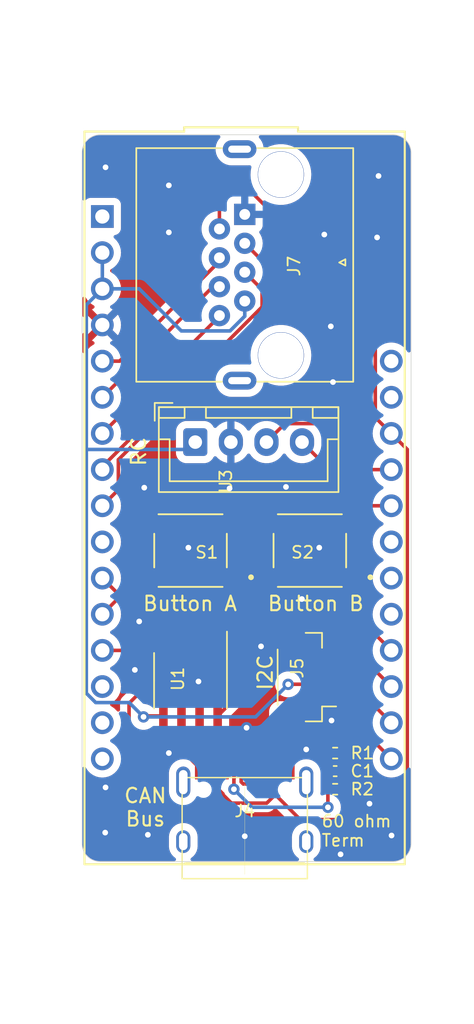
<source format=kicad_pcb>
(kicad_pcb (version 20221018) (generator pcbnew)
  (layers (0 "F.Cu" signal) (31 "B.Cu" signal) (34 "B.Paste" user) (35 "F.Paste" user) (36 "B.SilkS" user "B.Silkscreen") (37 "F.SilkS" user "F.Silkscreen") (38 "B.Mask" user) (39 "F.Mask" user) (44 "Edge.Cuts" user))
  (net 0 "")
  (net 1 "+5V")
  (net 2 "GND")
  (net 3 "+3V3")
  (net 4 "I2C_SDA")
  (net 5 "I2C_SCL")
  (net 6 "Steering")
  (net 7 "Throttle")
  (net 8 "RCPWMThrottle")
  (net 9 "RCPWMSteering")
  (net 10 "ActiveSW")
  (net 11 "Sound_1")
  (net 12 "Sound_2")
  (net 13 "CANTX")
  (net 14 "CANRX")
  (net 15 "CANL")
  (net 16 "CANH")
  (net 17 "CANENABLE")
  (net 23 "BUTTONA")
  (net 24 "BUTTONB")
  (net 28 "Net-(C1-Pad1)")
  (footprint "Useful Modifications:RJ45_x08_Tab_Up" (layer "F.Cu") (at 182.66918 103.10168 90)
    (fp_text reference "J7" (at 0.1524 -0.13208 90) (layer "F.SilkS") (effects (font (size 0.8382 0.8382) (thickness 0.127))))
    (fp_text value "8P8C")
    (fp_line (start -7.97494 -11.21918) (end -7.97494 -5.207) (stroke (width 0.12)) (layer "F.SilkS"))
    (fp_line (start -7.97494 -11.21918) (end 8.43506 -11.21918) (stroke (width 0.12)) (layer "F.SilkS"))
    (fp_line (start -7.97494 4.02082) (end 8.43506 4.02082) (stroke (width 0.12)) (layer "F.SilkS"))
    (fp_line (start -7.97306 -2.71018) (end -7.97494 4.02082) (stroke (width 0.12)) (layer "F.SilkS"))
    (fp_line (start 0.18796 3.46964) (end 0.62738 3.46964) (stroke (width 0.12)) (layer "F.SilkS"))
    (fp_line (start 0.40132 3.03784) (end 0.18796 3.46964) (stroke (width 0.12)) (layer "F.SilkS"))
    (fp_line (start 0.62738 3.46964) (end 0.40132 3.03784) (stroke (width 0.12)) (layer "F.SilkS"))
    (fp_line (start 8.43506 -11.21918) (end 8.43506 -5.207) (stroke (width 0.12)) (layer "F.SilkS"))
    (fp_line (start 8.43694 -2.71018) (end 8.43506 4.02082) (stroke (width 0.12)) (layer "F.SilkS"))
    (pad "" np_thru_hole circle (at -6.11832 -1.05918 270) (size 3.25 3.25) (drill 3.2) (layers "*.Cu" "*.Mask"))
    (pad "" np_thru_hole circle (at 6.58168 -1.05918 270) (size 3.25 3.25) (drill 3.200001) (layers "*.Cu" "*.Mask"))
    (pad "1" thru_hole rect (at 3.78098 -3.59918 90) (size 1.5 1.5) (drill 0.76) (layers "*.Cu" "*.Mask") (net 2 "GND"))
    (pad "2" thru_hole circle (at 2.76098 -5.37918 90) (size 1.5 1.5) (drill 0.76) (layers "*.Cu" "*.Mask") (net 1 "+5V"))
    (pad "3" thru_hole circle (at 1.75098 -3.59918 90) (size 1.5 1.5) (drill 0.76) (layers "*.Cu" "*.Mask") (net 11 "Sound_1"))
    (pad "4" thru_hole circle (at 0.73098 -5.37918 90) (size 1.5 1.5) (drill 0.76) (layers "*.Cu" "*.Mask") (net 12 "Sound_2"))
    (pad "5" thru_hole circle (at -0.27902 -3.59918 90) (size 1.5 1.5) (drill 0.76) (layers "*.Cu" "*.Mask") (net 6 "Steering"))
    (pad "6" thru_hole circle (at -1.29902 -5.37918 90) (size 1.5 1.5) (drill 0.76) (layers "*.Cu" "*.Mask") (net 7 "Throttle"))
    (pad "7" thru_hole circle (at -2.30902 -3.59918 90) (size 1.5 1.5) (drill 0.76) (layers "*.Cu" "*.Mask") (net 3 "+3V3"))
    (pad "8" thru_hole circle (at -3.32902 -5.37918 90) (size 1.5 1.5) (drill 0.76) (layers "*.Cu" "*.Mask") (net 10 "ActiveSW"))
    (pad "9" thru_hole oval (at -7.89832 -3.96113 270) (size 1.259 2.362) (drill oval 0.5 1.6) (layers "*.Cu" "*.Mask"))
    (pad "10" thru_hole oval (at 8.36168 -3.96113 270) (size 1.259 2.362) (drill oval 0.5 1.6) (layers "*.Cu" "*.Mask"))
  )
  (footprint "Useful Modifications:Feather_nRF52840" (layer "F.Cu") (at 179.197 118.11 -90)
    (fp_text reference "U3" (at -0.03302 1.45542 90) (layer "F.SilkS") (effects (font (size 0.8382 0.8382) (thickness 0.127))))
    (fp_text value "OLED Feather")
    (fp_line (start -24.90852 -3.61392) (end -24.90852 4.38608) (stroke (width 0.15)) (layer "F.SilkS"))
    (fp_line (start -24.6088 -3.61392) (end -24.90852 -3.61392) (stroke (width 0.15)) (layer "F.SilkS"))
    (fp_line (start -24.6088 -3.61392) (end -24.6088 -11.11392) (stroke (width 0.15)) (layer "F.SilkS"))
    (fp_line (start -24.6088 4.38608) (end -24.90852 4.38608) (stroke (width 0.15)) (layer "F.SilkS"))
    (fp_line (start -24.6088 11.38608) (end -24.6088 4.38608) (stroke (width 0.15)) (layer "F.SilkS"))
    (fp_line (start 26.86094 -11.11392) (end -24.6088 -11.11392) (stroke (width 0.15)) (layer "F.SilkS"))
    (fp_line (start 26.86094 11.38608) (end -24.6088 11.38608) (stroke (width 0.15)) (layer "F.SilkS"))
    (fp_line (start 26.86094 11.38608) (end 26.86094 -11.11392) (stroke (width 0.15)) (layer "F.SilkS"))
    (pad "1" thru_hole rect (at -18.64106 10.13206 270) (size 1.6 1.6) (drill 1) (layers "*.Cu" "*.Mask"))
    (pad "2" thru_hole circle (at -16.10106 10.13206 270) (size 1.6 1.6) (drill 1) (layers "*.Cu" "*.Mask") (net 3 "+3V3"))
    (pad "3" thru_hole circle (at -13.56106 10.13206 270) (size 1.6 1.6) (drill 1) (layers "*.Cu" "*.Mask") (net 3 "+3V3"))
    (pad "4" thru_hole circle (at -11.02106 10.13206 270) (size 1.6 1.6) (drill 1) (layers "*.Cu" "*.Mask") (net 2 "GND"))
    (pad "5" thru_hole circle (at -8.48106 10.13206 270) (size 1.6 1.6) (drill 1) (layers "*.Cu" "*.Mask") (net 12 "Sound_2"))
    (pad "6" thru_hole circle (at -5.94106 10.13206 270) (size 1.6 1.6) (drill 1) (layers "*.Cu" "*.Mask") (net 7 "Throttle"))
    (pad "7" thru_hole circle (at -3.40106 10.13206 270) (size 1.6 1.6) (drill 1) (layers "*.Cu" "*.Mask") (net 10 "ActiveSW"))
    (pad "8" thru_hole circle (at -0.86106 10.13206 270) (size 1.6 1.6) (drill 1) (layers "*.Cu" "*.Mask") (net 6 "Steering"))
    (pad "9" thru_hole circle (at 1.67894 10.13206 270) (size 1.6 1.6) (drill 1) (layers "*.Cu" "*.Mask") (net 11 "Sound_1"))
    (pad "10" thru_hole circle (at 4.21894 10.13206 270) (size 1.6 1.6) (drill 1) (layers "*.Cu" "*.Mask"))
    (pad "11" thru_hole circle (at 6.75894 10.13206 270) (size 1.6 1.6) (drill 1) (layers "*.Cu" "*.Mask") (net 17 "CANENABLE"))
    (pad "12" thru_hole circle (at 9.29894 10.13206 270) (size 1.6 1.6) (drill 1) (layers "*.Cu" "*.Mask") (net 13 "CANTX"))
    (pad "13" thru_hole circle (at 11.83894 10.13206 270) (size 1.6 1.6) (drill 1) (layers "*.Cu" "*.Mask") (net 14 "CANRX"))
    (pad "14" thru_hole circle (at 14.37894 10.13206 270) (size 1.6 1.6) (drill 1) (layers "*.Cu" "*.Mask"))
    (pad "15" thru_hole circle (at 16.91894 10.13206 270) (size 1.6 1.6) (drill 1) (layers "*.Cu" "*.Mask"))
    (pad "16" thru_hole circle (at 19.45894 10.13206 270) (size 1.6 1.6) (drill 1) (layers "*.Cu" "*.Mask"))
    (pad "17" thru_hole circle (at 19.45894 -10.16794 270) (size 1.6 1.6) (drill 1) (layers "*.Cu" "*.Mask") (net 4 "I2C_SDA"))
    (pad "18" thru_hole circle (at 16.91894 -10.16794 270) (size 1.6 1.6) (drill 1) (layers "*.Cu" "*.Mask") (net 5 "I2C_SCL"))
    (pad "19" thru_hole circle (at 14.37894 -10.16794 270) (size 1.6 1.6) (drill 1) (layers "*.Cu" "*.Mask") (net 23 "BUTTONA"))
    (pad "20" thru_hole circle (at 11.83894 -10.16794 270) (size 1.6 1.6) (drill 1) (layers "*.Cu" "*.Mask") (net 24 "BUTTONB"))
    (pad "21" thru_hole circle (at 9.29894 -10.16794 270) (size 1.6 1.6) (drill 1) (layers "*.Cu" "*.Mask"))
    (pad "22" thru_hole circle (at 6.75894 -10.16794 270) (size 1.6 1.6) (drill 1) (layers "*.Cu" "*.Mask"))
    (pad "23" thru_hole circle (at 4.21894 -10.16794 270) (size 1.6 1.6) (drill 1) (layers "*.Cu" "*.Mask"))
    (pad "24" thru_hole circle (at 1.67894 -10.16794 270) (size 1.6 1.6) (drill 1) (layers "*.Cu" "*.Mask") (net 9 "RCPWMSteering"))
    (pad "25" thru_hole circle (at -0.86106 -10.16794 270) (size 1.6 1.6) (drill 1) (layers "*.Cu" "*.Mask") (net 8 "RCPWMThrottle"))
    (pad "26" thru_hole circle (at -3.40106 -10.16794 270) (size 1.6 1.6) (drill 1) (layers "*.Cu" "*.Mask") (net 1 "+5V"))
    (pad "27" thru_hole circle (at -5.94106 -10.16794 270) (size 1.6 1.6) (drill 1) (layers "*.Cu" "*.Mask"))
    (pad "28" thru_hole circle (at -8.48106 -10.16794 270) (size 1.6 1.6) (drill 1) (layers "*.Cu" "*.Mask"))
  )
  (footprint "Useful Modifications:SW_TS-1187A-B-A-B" (layer "F.Cu") (at 175.26 122.936 180)
    (fp_text reference "S1" (at -1.143 -0.127) (layer "F.SilkS") (effects (font (size 0.8382 0.8382) (thickness 0.127))))
    (fp_text value "Button A")
    (fp_line (start -2.55 -1.18) (end -2.55 1.18) (stroke (width 0.127)) (layer "F.SilkS"))
    (fp_line (start 2.25 -2.55) (end -2.25 -2.55) (stroke (width 0.127)) (layer "F.SilkS"))
    (fp_line (start 2.25 2.55) (end -2.25 2.55) (stroke (width 0.127)) (layer "F.SilkS"))
    (fp_line (start 2.55 1.18) (end 2.55 -1.18) (stroke (width 0.127)) (layer "F.SilkS"))
    (fp_circle (center -4.25 -1.875) (end -4.15 -1.875) (stroke (width 0.2)) (fill none) (layer "F.SilkS"))
    (pad "A" smd rect (at -3 -1.875 180) (size 1 0.75) (layers "F.Cu" "F.Paste" "F.Mask") (net 23 "BUTTONA"))
    (pad "B" smd rect (at 3 -1.875 180) (size 1 0.75) (layers "F.Cu" "F.Paste" "F.Mask") (net 23 "BUTTONA"))
    (pad "C" smd rect (at -3 1.875 180) (size 1 0.75) (layers "F.Cu" "F.Paste" "F.Mask") (net 2 "GND"))
    (pad "D" smd rect (at 3 1.875 180) (size 1 0.75) (layers "F.Cu" "F.Paste" "F.Mask") (net 2 "GND"))
  )
  (footprint "Resistor_SMD:R_0402_1005Metric" (layer "F.Cu") (at 185.42 137.16)
    (fp_text reference "R1" (at 1.905 0) (layer "F.SilkS") (effects (font (size 0.8382 0.8382) (thickness 0.127))))
    (fp_text value "60")
    (fp_line (start -0.153641 -0.38) (end 0.153641 -0.38) (stroke (width 0.12)) (layer "F.SilkS"))
    (fp_line (start -0.153641 0.38) (end 0.153641 0.38) (stroke (width 0.12)) (layer "F.SilkS"))
    (pad "1" smd roundrect (at -0.51 0) (size 0.54 0.64) (layers "F.Cu" "F.Paste" "F.Mask") (net 16 "CANH"))
    (pad "2" smd roundrect (at 0.51 0) (size 0.54 0.64) (layers "F.Cu" "F.Paste" "F.Mask") (net 28 "Net-(C1-Pad1)"))
  )
  (footprint "Connector_JST:JST_SH_BM04B-SRSS-TB_1x04-1MP_P1.00mm_Vertical" (layer "F.Cu") (at 183.388 131.826 90)
    (fp_text reference "J5" (at 0.635 -0.635 90) (layer "F.SilkS") (effects (font (size 0.8382 0.8382) (thickness 0.127))))
    (fp_text value "I2C")
    (fp_line (start -3.11 -0.04) (end -3.11 1.11) (stroke (width 0.12)) (layer "F.SilkS"))
    (fp_line (start -3.11 1.11) (end -2.06 1.11) (stroke (width 0.12)) (layer "F.SilkS"))
    (fp_line (start -2.06 1.11) (end -2.06 2.1) (stroke (width 0.12)) (layer "F.SilkS"))
    (fp_line (start -1.94 -2.01) (end 1.94 -2.01) (stroke (width 0.12)) (layer "F.SilkS"))
    (fp_line (start 3.11 -0.04) (end 3.11 1.11) (stroke (width 0.12)) (layer "F.SilkS"))
    (fp_line (start 3.11 1.11) (end 2.06 1.11) (stroke (width 0.12)) (layer "F.SilkS"))
    (pad "1" smd roundrect (at -1.5 1.325 90) (size 0.6 1.55) (layers "F.Cu" "F.Paste" "F.Mask") (net 2 "GND"))
    (pad "2" smd roundrect (at -0.5 1.325 90) (size 0.6 1.55) (layers "F.Cu" "F.Paste" "F.Mask") (net 3 "+3V3"))
    (pad "3" smd roundrect (at 0.5 1.325 90) (size 0.6 1.55) (layers "F.Cu" "F.Paste" "F.Mask") (net 4 "I2C_SDA"))
    (pad "4" smd roundrect (at 1.5 1.325 90) (size 0.6 1.55) (layers "F.Cu" "F.Paste" "F.Mask") (net 5 "I2C_SCL"))
    (pad "MP" smd roundrect (at -2.8 -1.2 90) (size 1.2 1.8) (layers "F.Cu" "F.Paste" "F.Mask") (roundrect_rratio 0.2083333333))
    (pad "MP" smd roundrect (at 2.8 -1.2 90) (size 1.2 1.8) (layers "F.Cu" "F.Paste" "F.Mask") (roundrect_rratio 0.2083333333))
  )
  (footprint "Connector_JST:JST_XH_B4B-XH-A_1x04_P2.50mm_Vertical" (layer "F.Cu") (at 175.594 115.316)
    (fp_text reference "J1")
    (fp_text value "RC")
    (fp_line (start -2.85 -2.75) (end -2.85 -1.5) (stroke (width 0.12)) (layer "F.SilkS"))
    (fp_line (start -2.56 -2.46) (end -2.56 3.51) (stroke (width 0.12)) (layer "F.SilkS"))
    (fp_line (start -2.56 3.51) (end 10.06 3.51) (stroke (width 0.12)) (layer "F.SilkS"))
    (fp_line (start -2.55 -2.45) (end -2.55 -1.7) (stroke (width 0.12)) (layer "F.SilkS"))
    (fp_line (start -2.55 -1.7) (end -0.75 -1.7) (stroke (width 0.12)) (layer "F.SilkS"))
    (fp_line (start -2.55 -0.2) (end -1.8 -0.2) (stroke (width 0.12)) (layer "F.SilkS"))
    (fp_line (start -1.8 -0.2) (end -1.8 2.75) (stroke (width 0.12)) (layer "F.SilkS"))
    (fp_line (start -1.8 2.75) (end 3.75 2.75) (stroke (width 0.12)) (layer "F.SilkS"))
    (fp_line (start -1.6 -2.75) (end -2.85 -2.75) (stroke (width 0.12)) (layer "F.SilkS"))
    (fp_line (start -0.75 -2.45) (end -2.55 -2.45) (stroke (width 0.12)) (layer "F.SilkS"))
    (fp_line (start -0.75 -1.7) (end -0.75 -2.45) (stroke (width 0.12)) (layer "F.SilkS"))
    (fp_line (start 0.75 -2.45) (end 0.75 -1.7) (stroke (width 0.12)) (layer "F.SilkS"))
    (fp_line (start 0.75 -1.7) (end 6.75 -1.7) (stroke (width 0.12)) (layer "F.SilkS"))
    (fp_line (start 6.75 -2.45) (end 0.75 -2.45) (stroke (width 0.12)) (layer "F.SilkS"))
    (fp_line (start 6.75 -1.7) (end 6.75 -2.45) (stroke (width 0.12)) (layer "F.SilkS"))
    (fp_line (start 8.25 -2.45) (end 8.25 -1.7) (stroke (width 0.12)) (layer "F.SilkS"))
    (fp_line (start 8.25 -1.7) (end 10.05 -1.7) (stroke (width 0.12)) (layer "F.SilkS"))
    (fp_line (start 9.3 -0.2) (end 9.3 2.75) (stroke (width 0.12)) (layer "F.SilkS"))
    (fp_line (start 9.3 2.75) (end 3.75 2.75) (stroke (width 0.12)) (layer "F.SilkS"))
    (fp_line (start 10.05 -2.45) (end 8.25 -2.45) (stroke (width 0.12)) (layer "F.SilkS"))
    (fp_line (start 10.05 -1.7) (end 10.05 -2.45) (stroke (width 0.12)) (layer "F.SilkS"))
    (fp_line (start 10.05 -0.2) (end 9.3 -0.2) (stroke (width 0.12)) (layer "F.SilkS"))
    (fp_line (start 10.06 -2.46) (end -2.56 -2.46) (stroke (width 0.12)) (layer "F.SilkS"))
    (fp_line (start 10.06 3.51) (end 10.06 -2.46) (stroke (width 0.12)) (layer "F.SilkS"))
    (pad "1" thru_hole roundrect (at 0 0) (size 1.7 1.95) (drill 0.95) (layers "*.Cu" "*.Mask") (roundrect_rratio 0.1470588235) (net 3 "+3V3"))
    (pad "2" thru_hole oval (at 2.5 0) (size 1.7 1.95) (drill 0.95) (layers "*.Cu" "*.Mask") (net 2 "GND"))
    (pad "3" thru_hole oval (at 5 0) (size 1.7 1.95) (drill 0.95) (layers "*.Cu" "*.Mask") (net 8 "RCPWMThrottle"))
    (pad "4" thru_hole oval (at 7.5 0) (size 1.7 1.95) (drill 0.95) (layers "*.Cu" "*.Mask") (net 9 "RCPWMSteering"))
  )
  (footprint "Useful Modifications:SW_TS-1187A-B-A-B" (layer "F.Cu") (at 183.642 122.936 180)
    (fp_text reference "S2" (at 0.508 -0.127) (layer "F.SilkS") (effects (font (size 0.8382 0.8382) (thickness 0.127))))
    (fp_text value "Button B")
    (fp_line (start -2.55 -1.18) (end -2.55 1.18) (stroke (width 0.127)) (layer "F.SilkS"))
    (fp_line (start 2.25 -2.55) (end -2.25 -2.55) (stroke (width 0.127)) (layer "F.SilkS"))
    (fp_line (start 2.25 2.55) (end -2.25 2.55) (stroke (width 0.127)) (layer "F.SilkS"))
    (fp_line (start 2.55 1.18) (end 2.55 -1.18) (stroke (width 0.127)) (layer "F.SilkS"))
    (fp_circle (center -4.25 -1.875) (end -4.15 -1.875) (stroke (width 0.2)) (fill none) (layer "F.SilkS"))
    (pad "A" smd rect (at -3 -1.875 180) (size 1 0.75) (layers "F.Cu" "F.Paste" "F.Mask") (net 24 "BUTTONB"))
    (pad "B" smd rect (at 3 -1.875 180) (size 1 0.75) (layers "F.Cu" "F.Paste" "F.Mask") (net 24 "BUTTONB"))
    (pad "C" smd rect (at -3 1.875 180) (size 1 0.75) (layers "F.Cu" "F.Paste" "F.Mask") (net 2 "GND"))
    (pad "D" smd rect (at 3 1.875 180) (size 1 0.75) (layers "F.Cu" "F.Paste" "F.Mask") (net 2 "GND"))
  )
  (footprint "Resistor_SMD:R_0402_1005Metric" (layer "F.Cu") (at 185.42 139.7 180)
    (fp_text reference "R2" (at -1.905 0) (layer "F.SilkS") (effects (font (size 0.8382 0.8382) (thickness 0.127))))
    (fp_text value "60")
    (fp_line (start -0.153641 -0.38) (end 0.153641 -0.38) (stroke (width 0.12)) (layer "F.SilkS"))
    (fp_line (start -0.153641 0.38) (end 0.153641 0.38) (stroke (width 0.12)) (layer "F.SilkS"))
    (pad "1" smd roundrect (at -0.51 0 180) (size 0.54 0.64) (layers "F.Cu" "F.Paste" "F.Mask") (net 28 "Net-(C1-Pad1)"))
    (pad "2" smd roundrect (at 0.51 0 180) (size 0.54 0.64) (layers "F.Cu" "F.Paste" "F.Mask") (net 15 "CANL"))
  )
  (footprint "Capacitor_SMD:C_0402_1005Metric" (layer "F.Cu") (at 185.42 138.43 180)
    (fp_text reference "C1" (at -1.905 0) (layer "F.SilkS") (effects (font (size 0.8382 0.8382) (thickness 0.127))))
    (fp_text value "4.7nF")
    (fp_line (start -0.107836 -0.36) (end 0.107836 -0.36) (stroke (width 0.12)) (layer "F.SilkS"))
    (fp_line (start -0.107836 0.36) (end 0.107836 0.36) (stroke (width 0.12)) (layer "F.SilkS"))
    (pad "1" smd roundrect (at -0.48 0 180) (size 0.56 0.62) (layers "F.Cu" "F.Paste" "F.Mask") (net 28 "Net-(C1-Pad1)"))
    (pad "2" smd roundrect (at 0.48 0 180) (size 0.56 0.62) (layers "F.Cu" "F.Paste" "F.Mask") (net 2 "GND"))
  )
  (footprint "Useful Modifications:TYPE-C-31-M-12" (layer "F.Cu") (at 179.07 143.383)
    (fp_text reference "J4" (at 0 -2.15) (layer "F.SilkS") (effects (font (size 0.8382 0.8382) (thickness 0.127))))
    (fp_text value "TYPE-C-31-M-12")
    (fp_line (start -4.4 -4.5) (end -4.4 2.6) (stroke (width 0.1)) (layer "F.SilkS"))
    (fp_line (start -4.4 -4.5) (end 4.4 -4.5) (stroke (width 0.1)) (layer "F.SilkS"))
    (fp_line (start 0 -4.02) (end 0 2.3) (stroke (width 0.02)) (layer "F.SilkS"))
    (fp_line (start 4.2 1.5) (end -4.2 1.5) (stroke (width 0.1)) (layer "F.SilkS"))
    (fp_line (start 4.4 -4.5) (end 4.4 2.6) (stroke (width 0.1)) (layer "F.SilkS"))
    (fp_line (start 4.4 2.6) (end -4.4 2.6) (stroke (width 0.1)) (layer "F.SilkS"))
    (pad "" np_thru_hole circle (at -2.9 -3.65) (size 0.65 0.65) (drill 0.65) (layers "*.Cu" "*.Mask") (clearance 0.01))
    (pad "" np_thru_hole circle (at 2.9 -3.65) (size 0.65 0.65) (drill 0.65) (layers "*.Cu" "*.Mask") (clearance 0.01))
    (pad "A1" smd rect (at -3.375 -5.1) (size 0.25 1.45) (layers "F.Cu" "F.Paste" "F.Mask") (net 2 "GND"))
    (pad "A4" smd rect (at -2.575 -5.1) (size 0.25 1.45) (layers "F.Cu" "F.Paste" "F.Mask") (net 1 "+5V"))
    (pad "A5" smd rect (at -1.25 -5.1) (size 0.25 1.45) (layers "F.Cu" "F.Paste" "F.Mask"))
    (pad "A6" smd rect (at -0.25 -5.1) (size 0.25 1.45) (layers "F.Cu" "F.Paste" "F.Mask") (net 16 "CANH"))
    (pad "A7" smd rect (at 0.25 -5.1) (size 0.25 1.45) (layers "F.Cu" "F.Paste" "F.Mask") (net 15 "CANL"))
    (pad "A8" smd rect (at 1.25 -5.1) (size 0.25 1.45) (layers "F.Cu" "F.Paste" "F.Mask"))
    (pad "A9" smd rect (at 2.575 -5.1) (size 0.25 1.45) (layers "F.Cu" "F.Paste" "F.Mask") (net 1 "+5V"))
    (pad "A12" smd rect (at 3.375 -5.1) (size 0.25 1.45) (layers "F.Cu" "F.Paste" "F.Mask") (net 2 "GND"))
    (pad "B1" smd rect (at 3.1 -5.1) (size 0.3 1.45) (layers "F.Cu" "F.Paste" "F.Mask") (net 2 "GND"))
    (pad "B4" smd rect (at 2.3 -5.1) (size 0.3 1.45) (layers "F.Cu" "F.Paste" "F.Mask") (net 1 "+5V"))
    (pad "B5" smd rect (at 1.75 -5.1) (size 0.25 1.45) (layers "F.Cu" "F.Paste" "F.Mask"))
    (pad "B6" smd rect (at 0.75 -5.1) (size 0.25 1.45) (layers "F.Cu" "F.Paste" "F.Mask") (net 16 "CANH"))
    (pad "B7" smd rect (at -0.75 -5.1) (size 0.25 1.45) (layers "F.Cu" "F.Paste" "F.Mask") (net 15 "CANL"))
    (pad "B8" smd rect (at -1.75 -5.1) (size 0.25 1.45) (layers "F.Cu" "F.Paste" "F.Mask"))
    (pad "B9" smd rect (at -2.3 -5.1) (size 0.3 1.45) (layers "F.Cu" "F.Paste" "F.Mask") (net 1 "+5V"))
    (pad "B12" smd rect (at -3.1 -5.1) (size 0.3 1.45) (layers "F.Cu" "F.Paste" "F.Mask") (net 2 "GND"))
    (pad "S1" thru_hole roundrect (at -4.32 -4.18) (size 1 2.2) (drill oval 0.6 1.7) (layers "*.Cu" "*.Mask") (roundrect_rratio 0.5))
    (pad "S1" thru_hole roundrect (at -4.32 0) (size 1 1.6) (drill oval 0.6 1.2) (layers "*.Cu" "*.Mask") (roundrect_rratio 0.5))
    (pad "S1" thru_hole roundrect (at 4.32 -4.18) (size 1 2.2) (drill oval 0.6 1.7) (layers "*.Cu" "*.Mask") (roundrect_rratio 0.5))
    (pad "S1" thru_hole roundrect (at 4.32 0) (size 1 1.6) (drill oval 0.6 1.2) (layers "*.Cu" "*.Mask") (roundrect_rratio 0.5))
  )
  (footprint "Package_SO:SOIC-8_3.9x4.9mm_P1.27mm" (layer "F.Cu") (at 175.26 132.08 -90)
    (fp_text reference "U1" (at -0.127 0.889 90) (layer "F.SilkS") (effects (font (size 0.8382 0.8382) (thickness 0.127))))
    (fp_text value "TJA1051T-3")
    (fp_line (start 0 -2.56) (end -3.45 -2.56) (stroke (width 0.12)) (layer "F.SilkS"))
    (fp_line (start 0 -2.56) (end 1.95 -2.56) (stroke (width 0.12)) (layer "F.SilkS"))
    (fp_line (start 0 2.56) (end -1.95 2.56) (stroke (width 0.12)) (layer "F.SilkS"))
    (fp_line (start 0 2.56) (end 1.95 2.56) (stroke (width 0.12)) (layer "F.SilkS"))
    (pad "1" smd roundrect (at -2.475 -1.905 270) (size 1.95 0.6) (layers "F.Cu" "F.Paste" "F.Mask") (net 13 "CANTX"))
    (pad "2" smd roundrect (at -2.475 -0.635 270) (size 1.95 0.6) (layers "F.Cu" "F.Paste" "F.Mask") (net 2 "GND"))
    (pad "3" smd roundrect (at -2.475 0.635 270) (size 1.95 0.6) (layers "F.Cu" "F.Paste" "F.Mask") (net 1 "+5V"))
    (pad "4" smd roundrect (at -2.475 1.905 270) (size 1.95 0.6) (layers "F.Cu" "F.Paste" "F.Mask") (net 14 "CANRX"))
    (pad "5" smd roundrect (at 2.475 1.905 270) (size 1.95 0.6) (layers "F.Cu" "F.Paste" "F.Mask") (net 3 "+3V3"))
    (pad "6" smd roundrect (at 2.475 0.635 270) (size 1.95 0.6) (layers "F.Cu" "F.Paste" "F.Mask") (net 15 "CANL"))
    (pad "7" smd roundrect (at 2.475 -0.635 270) (size 1.95 0.6) (layers "F.Cu" "F.Paste" "F.Mask") (net 16 "CANH"))
    (pad "8" smd roundrect (at 2.475 -1.905 270) (size 1.95 0.6) (layers "F.Cu" "F.Paste" "F.Mask") (net 17 "CANENABLE"))
  )
  (gr_line (start 167.64 94.996) (end 167.64 143.51) (stroke (width 0.05)) (layer "Edge.Cuts"))
  (gr_arc (start 167.64 94.996) (mid 168.011974 94.097974) (end 168.91 93.726) (stroke (width 0.05)) (layer "Edge.Cuts"))
  (gr_line (start 168.91 144.78) (end 189.484 144.78) (stroke (width 0.05)) (layer "Edge.Cuts"))
  (gr_arc (start 190.754 143.51) (mid 190.382026 144.408026) (end 189.484 144.78) (stroke (width 0.05)) (layer "Edge.Cuts"))
  (gr_line (start 190.754 143.51) (end 190.754 94.996) (stroke (width 0.05)) (layer "Edge.Cuts"))
  (gr_arc (start 189.484 93.726) (mid 190.382026 94.097974) (end 190.754 94.996) (stroke (width 0.05)) (layer "Edge.Cuts"))
  (gr_line (start 168.91 93.726) (end 189.484 93.726) (stroke (width 0.05)) (layer "Edge.Cuts"))
  (gr_arc (start 168.91 144.78) (mid 168.011974 144.408026) (end 167.64 143.51) (stroke (width 0.05)) (layer "Edge.Cuts"))
  (gr_text "CAN\nBus" (at 172.085 140.97) (layer "F.SilkS") (effects (font (size 1.016 1.016) (thickness 0.1524))))
  (gr_text "I2C" (at 181.102 132.842 90) (layer "F.SilkS") (effects (font (size 1.016 1.016) (thickness 0.1524)) (justify left bottom)))
  (gr_text "RC" (at 172.212 117.094 90) (layer "F.SilkS") (effects (font (size 1.016 1.016) (thickness 0.1524)) (justify left bottom)))
  (gr_text "Button A" (at 171.831 127.254) (layer "F.SilkS") (effects (font (size 1.016 1.016) (thickness 0.1524)) (justify left bottom)))
  (gr_text "60 ohm\nTerm" (at 184.404 142.621) (layer "F.SilkS") (effects (font (size 0.8382 0.8382) (thickness 0.127)) (justify left)))
  (gr_text "Button B" (at 180.594 127.254) (layer "F.SilkS") (effects (font (size 1.016 1.016) (thickness 0.1524)) (justify left bottom)))
  (segment (start 189.36494 114.70894) (end 190.48994 115.83394) (width 0.25) (layer "F.Cu") (net 1))
  (segment (start 174.625 129.605) (end 174.625 129.981751) (width 0.25) (layer "F.Cu") (net 1))
  (segment (start 190.48994 141.08166) (end 189.738 141.8336) (width 0.25) (layer "F.Cu") (net 1))
  (segment (start 176.6316 140.97) (end 176.6316 140.926298) (width 0.25) (layer "F.Cu") (net 1))
  (segment (start 170.942 133.664751) (end 170.942 138.7856) (width 0.25) (layer "F.Cu") (net 1))
  (segment (start 176.77 138.283) (end 176.77 139.258) (width 0.25) (layer "F.Cu") (net 1))
  (segment (start 173.1264 140.97) (end 176.6316 140.97) (width 0.25) (layer "F.Cu") (net 1))
  (segment (start 177.292 97.282) (end 179.07 97.282) (width 0.25) (layer "F.Cu") (net 1))
  (segment (start 177.29 100.3407) (end 177.29 98.554) (width 0.25) (layer "F.Cu") (net 1))
  (segment (start 177.534949 140.022949) (end 177.534949 140.079254) (width 0.25) (layer "F.Cu") (net 1))
  (segment (start 178.134695 140.679) (end 180.613949 140.679) (width 0.25) (layer "F.Cu") (net 1))
  (segment (start 181.27 140.135975) (end 181.27 140.022949) (width 0.25) (layer "F.Cu") (net 1))
  (segment (start 182.967625 141.8336) (end 181.27 140.135975) (width 0.25) (layer "F.Cu") (net 1))
  (segment (start 176.6316 140.926298) (end 177.534949 140.022949) (width 0.25) (layer "F.Cu") (net 1))
  (segment (start 177.29 98.554) (end 177.292 98.552) (width 0.25) (layer "F.Cu") (net 1))
  (segment (start 181.27 138.383) (end 181.37 138.283) (width 0.25) (layer "F.Cu") (net 1))
  (segment (start 190.48994 115.83394) (end 190.48994 141.08166) (width 0.25) (layer "F.Cu") (net 1))
  (segment (start 188.23994 106.45194) (end 188.23994 113.58394) (width 0.25) (layer "F.Cu") (net 1))
  (segment (start 170.942 138.7856) (end 173.1264 140.97) (width 0.25) (layer "F.Cu") (net 1))
  (segment (start 179.07 97.282) (end 188.23994 106.45194) (width 0.25) (layer "F.Cu") (net 1))
  (segment (start 177.292 98.552) (end 177.292 97.282) (width 0.25) (layer "F.Cu") (net 1))
  (segment (start 181.27 140.022949) (end 181.102 139.854949) (width 0.25) (layer "F.Cu") (net 1))
  (segment (start 180.613949 140.679) (end 181.27 140.022949) (width 0.25) (layer "F.Cu") (net 1))
  (segment (start 181.27 139.333) (end 181.27 138.383) (width 0.25) (layer "F.Cu") (net 1))
  (segment (start 181.102 139.854949) (end 181.102 139.501) (width 0.25) (layer "F.Cu") (net 1))
  (segment (start 176.77 139.258) (end 177.534949 140.022949) (width 0.25) (layer "F.Cu") (net 1))
  (segment (start 181.102 139.501) (end 181.27 139.333) (width 0.25) (layer "F.Cu") (net 1))
  (segment (start 188.23994 113.58394) (end 189.36494 114.70894) (width 0.25) (layer "F.Cu") (net 1))
  (segment (start 174.625 129.981751) (end 170.942 133.664751) (width 0.25) (layer "F.Cu") (net 1))
  (segment (start 177.534949 140.079254) (end 178.134695 140.679) (width 0.25) (layer "F.Cu") (net 1))
  (segment (start 189.738 141.8336) (end 182.967625 141.8336) (width 0.25) (layer "F.Cu") (net 1))
  (segment (start 184.912 138.43) (end 183.388 136.906) (width 0.25) (layer "F.Cu") (net 2))
  (segment (start 175.97 138.283) (end 174.847 137.16) (width 0.25) (layer "F.Cu") (net 2))
  (segment (start 182.445 137.849) (end 183.388 136.906) (width 0.25) (layer "F.Cu") (net 2))
  (segment (start 184.94 138.43) (end 184.912 138.43) (width 0.25) (layer "F.Cu") (net 2))
  (segment (start 182.445 138.283) (end 182.445 137.849) (width 0.25) (layer "F.Cu") (net 2))
  (segment (start 174.847 137.16) (end 173.736 137.16) (width 0.25) (layer "F.Cu") (net 2))
  (via (at 181.9656 118.4656) (size 0.8) (drill 0.4) (layers "F.Cu" "B.Cu") (net 2))
  (via (at 169.291 96.012) (size 0.8) (drill 0.4) (layers "F.Cu" "B.Cu") (net 2))
  (via (at 169.2656 142.748) (size 0.8) (drill 0.4) (layers "F.Cu" "B.Cu") (net 2))
  (via (at 188.468 96.6216) (size 0.8) (drill 0.4) (layers "F.Cu" "B.Cu") (net 2))
  (via (at 172.2628 142.9004) (size 0.8) (drill 0.4) (layers "F.Cu" "B.Cu") (net 2))
  (via (at 188.3664 100.9396) (size 0.8) (drill 0.4) (layers "F.Cu" "B.Cu") (net 2))
  (via (at 171.3484 131.318) (size 0.8) (drill 0.4) (layers "F.Cu" "B.Cu") (net 2))
  (via (at 185.2676 111.0996) (size 0.8) (drill 0.4) (layers "F.Cu" "B.Cu") (net 2))
  (via (at 175.8188 132.1308) (size 0.8) (drill 0.4) (layers "F.Cu" "B.Cu") (net 2))
  (via (at 183.388 136.906) (size 0.8) (drill 0.4) (layers "F.Cu" "B.Cu") (net 2))
  (via (at 185.801 144.272) (size 0.8) (drill 0.4) (layers "F.Cu" "B.Cu") (net 2))
  (via (at 179.07 143.002) (size 0.8) (drill 0.4) (layers "F.Cu" "B.Cu") (net 2))
  (via (at 185.1152 107.188) (size 0.8) (drill 0.4) (layers "F.Cu" "B.Cu") (net 2))
  (via (at 180.213 129.667) (size 0.8) (drill 0.4) (layers "F.Cu" "B.Cu") (net 2))
  (via (at 175.1076 122.7328) (size 0.8) (drill 0.4) (layers "F.Cu" "B.Cu") (net 2))
  (via (at 183.0832 126.3396) (size 0.8) (drill 0.4) (layers "F.Cu" "B.Cu") (net 2))
  (via (at 187.833 140.716) (size 0.8) (drill 0.4) (layers "F.Cu" "B.Cu") (net 2))
  (via (at 173.736 97.282) (size 0.8) (drill 0.4) (layers "F.Cu" "B.Cu") (net 2))
  (via (at 184.658 100.7364) (size 0.8) (drill 0.4) (layers "F.Cu" "B.Cu") (net 2))
  (via (at 169.291 139.573) (size 0.8) (drill 0.4) (layers "F.Cu" "B.Cu") (net 2))
  (via (at 171.6532 127.9144) (size 0.8) (drill 0.4) (layers "F.Cu" "B.Cu") (net 2))
  (via (at 172.0088 118.5164) (size 0.8) (drill 0.4) (layers "F.Cu" "B.Cu") (net 2))
  (via (at 173.736 137.16) (size 0.8) (drill 0.4) (layers "F.Cu" "B.Cu") (net 2))
  (via (at 189.3824 142.9512) (size 0.8) (drill 0.4) (layers "F.Cu" "B.Cu") (net 2))
  (via (at 184.3024 122.7328) (size 0.8) (drill 0.4) (layers "F.Cu" "B.Cu") (net 2))
  (via (at 185.166 134.874) (size 0.8) (drill 0.4) (layers "F.Cu" "B.Cu") (net 2))
  (via (at 173.736 100.584) (size 0.8) (drill 0.4) (layers "F.Cu" "B.Cu") (net 2))
  (via (at 179.197 135.382) (size 0.8) (drill 0.4) (layers "F.Cu" "B.Cu") (net 2))
  (via (at 178.0032 118.5672) (size 0.8) (drill 0.4) (layers "F.Cu" "B.Cu") (net 2))
  (segment (start 184.713 132.326) (end 182.126 132.326) (width 0.25) (layer "F.Cu") (net 3))
  (segment (start 173.355 134.555) (end 172.023 134.555) (width 0.25) (layer "F.Cu") (net 3))
  (segment (start 182.126 132.326) (end 182.118 132.334) (width 0.25) (layer "F.Cu") (net 3))
  (segment (start 172.023 134.555) (end 171.958 134.62) (width 0.25) (layer "F.Cu") (net 3))
  (via (at 171.958 134.62) (size 0.8) (drill 0.4) (layers "F.Cu" "B.Cu") (net 3))
  (via (at 182.118 132.334) (size 0.8) (drill 0.4) (layers "F.Cu" "B.Cu") (net 3))
  (segment (start 175.594 115.316) (end 175.07606 115.83394) (width 0.25) (layer "B.Cu") (net 3))
  (segment (start 167.93994 105.67394) (end 169.06494 104.54894) (width 0.25) (layer "B.Cu") (net 3))
  (segment (start 168.598949 133.61394) (end 167.93994 132.954931) (width 0.25) (layer "B.Cu") (net 3))
  (segment (start 182.118 132.334) (end 179.832 134.62) (width 0.25) (layer "B.Cu") (net 3))
  (segment (start 167.93994 115.824) (end 167.93994 105.67394) (width 0.25) (layer "B.Cu") (net 3))
  (segment (start 178.03566 107.5057) (end 174.6125 107.5057) (width 0.25) (layer "B.Cu") (net 3))
  (segment (start 167.93994 132.954931) (end 167.93994 115.824) (width 0.25) (layer "B.Cu") (net 3))
  (segment (start 171.65574 104.54894) (end 169.06494 104.54894) (width 0.25) (layer "B.Cu") (net 3))
  (segment (start 179.07 105.4107) (end 179.07 106.47136) (width 0.25) (layer "B.Cu") (net 3))
  (segment (start 175.07606 115.83394) (end 167.94988 115.83394) (width 0.25) (layer "B.Cu") (net 3))
  (segment (start 174.6125 107.5057) (end 171.65574 104.54894) (width 0.25) (layer "B.Cu") (net 3))
  (segment (start 179.832 134.62) (end 171.958 134.62) (width 0.25) (layer "B.Cu") (net 3))
  (segment (start 170.95194 133.61394) (end 168.598949 133.61394) (width 0.25) (layer "B.Cu") (net 3))
  (segment (start 179.07 106.47136) (end 178.03566 107.5057) (width 0.25) (layer "B.Cu") (net 3))
  (segment (start 171.958 134.62) (end 170.95194 133.61394) (width 0.25) (layer "B.Cu") (net 3))
  (segment (start 169.06494 104.54894) (end 169.06494 102.00894) (width 0.25) (layer "B.Cu") (net 3))
  (segment (start 167.94988 115.83394) (end 167.93994 115.824) (width 0.25) (layer "B.Cu") (net 3))
  (segment (start 185.159751 131.326) (end 184.713 131.326) (width 0.25) (layer "F.Cu") (net 4))
  (segment (start 189.36494 137.56894) (end 187.198 135.402) (width 0.25) (layer "F.Cu") (net 4))
  (segment (start 187.198 133.364249) (end 185.159751 131.326) (width 0.25) (layer "F.Cu") (net 4))
  (segment (start 187.198 135.402) (end 187.198 133.364249) (width 0.25) (layer "F.Cu") (net 4))
  (segment (start 188.23994 133.406189) (end 185.159751 130.326) (width 0.25) (layer "F.Cu") (net 5))
  (segment (start 189.36494 135.02894) (end 188.23994 133.90394) (width 0.25) (layer "F.Cu") (net 5))
  (segment (start 185.159751 130.326) (end 184.713 130.326) (width 0.25) (layer "F.Cu") (net 5))
  (segment (start 188.23994 133.90394) (end 188.23994 133.406189) (width 0.25) (layer "F.Cu") (net 5))
  (segment (start 180.2892 105.8164) (end 180.2892 104.5999) (width 0.25) (layer "F.Cu") (net 6))
  (segment (start 180.2892 104.5999) (end 179.07 103.3807) (width 0.25) (layer "F.Cu") (net 6))
  (segment (start 169.06494 117.04066) (end 180.2892 105.8164) (width 0.25) (layer "F.Cu") (net 6))
  (segment (start 169.06494 117.24894) (end 169.06494 117.04066) (width 0.25) (layer "F.Cu") (net 6))
  (segment (start 176.83318 104.4007) (end 177.29 104.4007) (width 0.25) (layer "F.Cu") (net 7))
  (segment (start 169.06494 112.16894) (end 176.83318 104.4007) (width 0.25) (layer "F.Cu") (net 7))
  (segment (start 181.894 114.016) (end 180.594 115.316) (width 0.25) (layer "F.Cu") (net 8))
  (segment (start 187.60694 117.24894) (end 184.374 114.016) (width 0.25) (layer "F.Cu") (net 8))
  (segment (start 189.36494 117.24894) (end 187.60694 117.24894) (width 0.25) (layer "F.Cu") (net 8))
  (segment (start 184.374 114.016) (end 181.894 114.016) (width 0.25) (layer "F.Cu") (net 8))
  (segment (start 189.36494 119.78894) (end 187.56694 119.78894) (width 0.25) (layer "F.Cu") (net 9))
  (segment (start 187.56694 119.78894) (end 183.094 115.316) (width 0.25) (layer "F.Cu") (net 9))
  (segment (start 177.29 106.48388) (end 177.29 106.4307) (width 0.25) (layer "F.Cu") (net 10))
  (segment (start 169.06494 114.70894) (end 177.29 106.48388) (width 0.25) (layer "F.Cu") (net 10))
  (segment (start 170.18994 118.66394) (end 170.18994 116.552056) (width 0.25) (layer "F.Cu") (net 11))
  (segment (start 180.7392 103.0199) (end 179.07 101.3507) (width 0.25) (layer "F.Cu") (net 11))
  (segment (start 169.06494 119.78894) (end 170.18994 118.66394) (width 0.25) (layer "F.Cu") (net 11))
  (segment (start 180.7392 106.002796) (end 180.7392 103.0199) (width 0.25) (layer "F.Cu") (net 11))
  (segment (start 170.18994 116.552056) (end 180.7392 106.002796) (width 0.25) (layer "F.Cu") (net 11))
  (segment (start 170.27906 109.62894) (end 177.29 102.618) (width 0.25) (layer "F.Cu") (net 12))
  (segment (start 169.06494 109.62894) (end 170.27906 109.62894) (width 0.25) (layer "F.Cu") (net 12))
  (segment (start 177.29 102.618) (end 177.29 102.3707) (width 0.25) (layer "F.Cu") (net 12))
  (segment (start 169.06494 127.40894) (end 170.18508 126.2888) (width 0.25) (layer "F.Cu") (net 13))
  (segment (start 170.18508 126.2888) (end 176.1744 126.2888) (width 0.25) (layer "F.Cu") (net 13))
  (segment (start 177.165 127.2794) (end 177.165 129.605) (width 0.25) (layer "F.Cu") (net 13))
  (segment (start 176.1744 126.2888) (end 177.165 127.2794) (width 0.25) (layer "F.Cu") (net 13))
  (segment (start 169.06494 129.94894) (end 173.01106 129.94894) (width 0.25) (layer "F.Cu") (net 14))
  (segment (start 173.01106 129.94894) (end 173.355 129.605) (width 0.25) (layer "F.Cu") (net 14))
  (segment (start 178.308 138.295) (end 178.32 138.283) (width 0.25) (layer "F.Cu") (net 15))
  (segment (start 184.91 139.7) (end 184.91 140.968) (width 0.25) (layer "F.Cu") (net 15))
  (segment (start 179.27 137.233) (end 179.32 137.283) (width 0.25) (layer "F.Cu") (net 15))
  (segment (start 178.308 139.7) (end 178.308 138.295) (width 0.25) (layer "F.Cu") (net 15))
  (segment (start 176.089604 136.594) (end 177.631 136.594) (width 0.25) (layer "F.Cu") (net 15))
  (segment (start 178.37 137.233) (end 179.27 137.233) (width 0.25) (layer "F.Cu") (net 15))
  (segment (start 174.625 135.129396) (end 176.089604 136.594) (width 0.25) (layer "F.Cu") (net 15))
  (segment (start 178.32 137.283) (end 178.37 137.233) (width 0.25) (layer "F.Cu") (net 15))
  (segment (start 177.631 136.594) (end 178.32 137.283) (width 0.25) (layer "F.Cu") (net 15))
  (segment (start 184.91 140.968) (end 184.912 140.97) (width 0.25) (layer "F.Cu") (net 15))
  (segment (start 179.32 137.283) (end 179.32 138.283) (width 0.25) (layer "F.Cu") (net 15))
  (segment (start 178.32 138.283) (end 178.32 137.283) (width 0.25) (layer "F.Cu") (net 15))
  (segment (start 174.625 134.555) (end 174.625 135.129396) (width 0.25) (layer "F.Cu") (net 15))
  (via (at 178.308 139.7) (size 0.8) (drill 0.4) (layers "F.Cu" "B.Cu") (net 15))
  (via (at 184.912 140.97) (size 0.8) (drill 0.4) (layers "F.Cu" "B.Cu") (net 15))
  (segment (start 179.578 140.97) (end 178.308 139.7) (width 0.25) (layer "B.Cu") (net 15))
  (segment (start 184.912 140.97) (end 179.578 140.97) (width 0.25) (layer "B.Cu") (net 15))
  (segment (start 178.82 139.186695) (end 178.966305 139.333) (width 0.25) (layer "F.Cu") (net 16))
  (segment (start 184.654 135.89) (end 180.086 135.89) (width 0.25) (layer "F.Cu") (net 16))
  (segment (start 179.324698 136.651302) (end 179.82 137.146604) (width 0.25) (layer "F.Cu") (net 16))
  (segment (start 178.966305 139.333) (end 179.77 139.333) (width 0.25) (layer "F.Cu") (net 16))
  (segment (start 176.276 136.144) (end 178.817396 136.144) (width 0.25) (layer "F.Cu") (net 16))
  (segment (start 179.82 137.146604) (end 179.82 138.283) (width 0.25) (layer "F.Cu") (net 16))
  (segment (start 184.91 136.146) (end 184.654 135.89) (width 0.25) (layer "F.Cu") (net 16))
  (segment (start 184.91 137.16) (end 184.91 136.146) (width 0.25) (layer "F.Cu") (net 16))
  (segment (start 176.022 134.682) (end 176.022 135.89) (width 0.25) (layer "F.Cu") (net 16))
  (segment (start 179.77 139.333) (end 179.82 139.283) (width 0.25) (layer "F.Cu") (net 16))
  (segment (start 175.895 134.555) (end 176.022 134.682) (width 0.25) (layer "F.Cu") (net 16))
  (segment (start 176.022 135.89) (end 176.276 136.144) (width 0.25) (layer "F.Cu") (net 16))
  (segment (start 178.82 138.283) (end 178.82 139.186695) (width 0.25) (layer "F.Cu") (net 16))
  (segment (start 179.82 139.283) (end 179.82 138.283) (width 0.25) (layer "F.Cu") (net 16))
  (segment (start 178.817396 136.144) (end 179.324698 136.651302) (width 0.25) (layer "F.Cu") (net 16))
  (segment (start 180.086 135.89) (end 179.324698 136.651302) (width 0.25) (layer "F.Cu") (net 16))
  (segment (start 170.0276 125.8316) (end 177.4952 125.8316) (width 0.25) (layer "F.Cu") (net 17))
  (segment (start 177.4952 125.8316) (end 178.9684 127.3048) (width 0.25) (layer "F.Cu") (net 17))
  (segment (start 169.06494 124.86894) (end 170.0276 125.8316) (width 0.25) (layer "F.Cu") (net 17))
  (segment (start 178.9684 127.3048) (end 178.9684 132.7516) (width 0.25) (layer "F.Cu") (net 17))
  (segment (start 178.9684 132.7516) (end 177.165 134.555) (width 0.25) (layer "F.Cu") (net 17))
  (segment (start 180.703 127.254) (end 178.26 124.811) (width 0.25) (layer "F.Cu") (net 23))
  (segment (start 189.36494 132.48894) (end 185.674 128.798) (width 0.25) (layer "F.Cu") (net 23))
  (segment (start 178.26 124.811) (end 172.26 124.811) (width 0.25) (layer "F.Cu") (net 23))
  (segment (start 185.674 127.254) (end 180.703 127.254) (width 0.25) (layer "F.Cu") (net 23))
  (segment (start 185.674 128.798) (end 185.674 127.254) (width 0.25) (layer "F.Cu") (net 23))
  (segment (start 186.642 127.226) (end 186.642 124.811) (width 0.25) (layer "F.Cu") (net 24))
  (segment (start 189.36494 129.94894) (end 186.642 127.226) (width 0.25) (layer "F.Cu") (net 24))
  (segment (start 186.642 124.811) (end 180.642 124.811) (width 0.25) (layer "F.Cu") (net 24))
  (segment (start 185.93 139.7) (end 185.93 138.46) (width 0.25) (layer "F.Cu") (net 28))
  (segment (start 185.93 137.16) (end 185.93 138.4) (width 0.25) (layer "F.Cu") (net 28))
  (segment (start 185.93 138.4) (end 185.9 138.43) (width 0.25) (layer "F.Cu") (net 28))
  (segment (start 185.93 138.46) (end 185.9 138.43) (width 0.25) (layer "F.Cu") (net 28))
  (zone (net 2) (net_name "GND") (layer "F.Cu") (connect_pads (clearance 0.508)) (min_thickness 0.254) (fill yes (thermal_gap 0.508) (thermal_bridge_width 0.508))
    (polygon (pts (xy 193.902321 154.785776) (xy 163.145284 154.110608) (xy 161.875284 84.260608) (xy 193.902321 84.935776)))
  )
  (zone (net 2) (net_name "GND") (layer "B.Cu") (connect_pads (clearance 0.508)) (min_thickness 0.254) (fill yes (thermal_gap 0.508) (thermal_bridge_width 0.508))
    (polygon (pts (xy 195.19409 156.193926) (xy 164.46009 155.304926) (xy 163.19009 85.454926) (xy 195.19409 86.343926)))
  )
)
</source>
